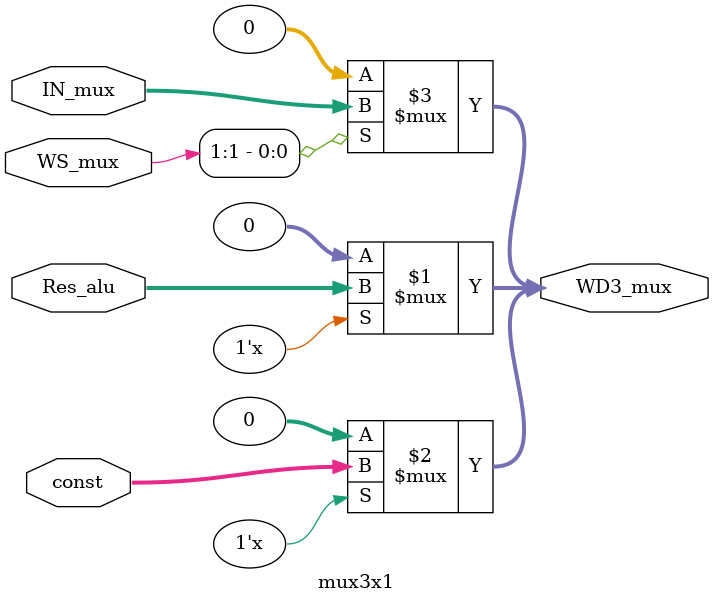
<source format=v>

module mux3x1   #(parameter ADR_8 = 8, ADR_5 = 5, BIT_D = 32)
    (
        input [1:0]       WS_mux,
        input [BIT_D-1:0] IN_mux,
        input [BIT_D-1:0] const,
        input [BIT_D-1:0] Res_alu,
        
        output [BIT_D-1:0] WD3_mux
    );
    
    assign WD3_mux = WS_mux[3] ? Res_alu : 32'd0;       //11
    assign WD3_mux = WS_mux[2] ? const : 32'd0;         //10
    assign WD3_mux = WS_mux[1] ? IN_mux : 32'd0;        //01
    
endmodule

</source>
